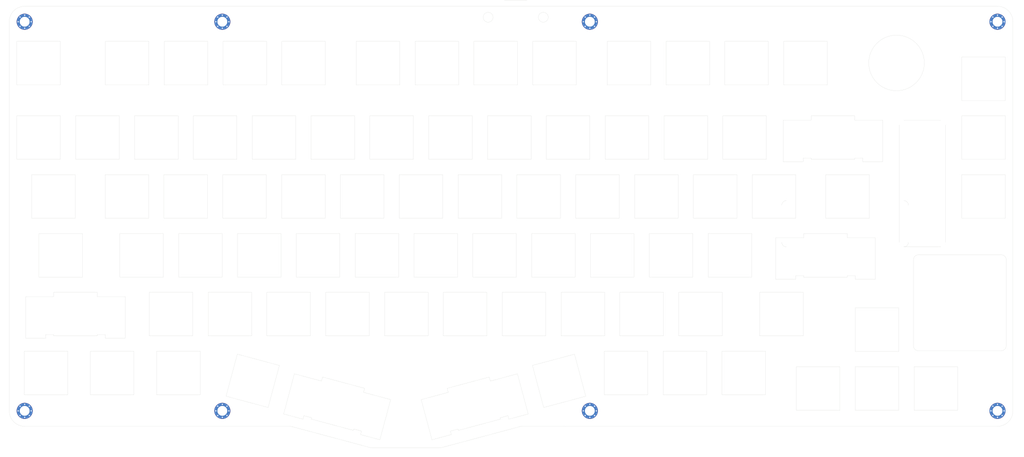
<source format=kicad_pcb>
(kicad_pcb (version 20211014) (generator pcbnew)
  (layers (0 "F.Cu" signal) (31 "B.Cu" signal) (34 "B.Paste" user) (35 "F.Paste" user) (36 "B.SilkS" user "B.Silkscreen") (37 "F.SilkS" user "F.Silkscreen") (38 "B.Mask" user) (39 "F.Mask" user) (44 "Edge.Cuts" user))
  (net 0 "")
  (net 1 "GND")
  (footprint "keyboard:MountingHole_3.2mm_M2_Pad_Via" (layer "F.Cu") (at 61.89 81.232)
    (fp_text reference "MountBaseMiddleTop1" hide)
    (fp_text value "MountingHole")
    (pad "1" thru_hole circle (at 1.49 1.49) (size 0.7 0.7) (drill 0.4) (layers *.Cu *.Mask))
    (pad "1" thru_hole circle (at 1.49 -1.49) (size 0.7 0.7) (drill 0.4) (layers *.Cu *.Mask))
    (pad "1" thru_hole circle (at 0 0) (size 5.2 5.2) (drill 3.2) (layers *.Cu *.Mask))
    (pad "1" thru_hole circle (at 2.1 0) (size 0.7 0.7) (drill 0.4) (layers *.Cu *.Mask))
    (pad "1" thru_hole circle (at -2.1 0) (size 0.7 0.7) (drill 0.4) (layers *.Cu *.Mask))
    (pad "1" thru_hole circle (at -1.49 1.49) (size 0.7 0.7) (drill 0.4) (layers *.Cu *.Mask))
    (pad "1" thru_hole circle (at 0 2.1) (size 0.7 0.7) (drill 0.4) (layers *.Cu *.Mask))
    (pad "1" thru_hole circle (at -1.49 -1.49) (size 0.7 0.7) (drill 0.4) (layers *.Cu *.Mask))
    (pad "1" thru_hole circle (at 0 -2.1) (size 0.7 0.7) (drill 0.4) (layers *.Cu *.Mask))
  )
  (footprint "keyboard:MountingHole_3.2mm_M2_Pad_Via" (layer "F.Cu") (at 61.89 207.232)
    (fp_text reference "MountBaseMiddleTop2" hide)
    (fp_text value "MountingHole")
    (pad "1" thru_hole circle (at -2.1 0) (size 0.7 0.7) (drill 0.4) (layers *.Cu *.Mask))
    (pad "1" thru_hole circle (at -1.49 -1.49) (size 0.7 0.7) (drill 0.4) (layers *.Cu *.Mask))
    (pad "1" thru_hole circle (at 2.1 0) (size 0.7 0.7) (drill 0.4) (layers *.Cu *.Mask))
    (pad "1" thru_hole circle (at 0 0) (size 5.2 5.2) (drill 3.2) (layers *.Cu *.Mask))
    (pad "1" thru_hole circle (at -1.49 1.49) (size 0.7 0.7) (drill 0.4) (layers *.Cu *.Mask))
    (pad "1" thru_hole circle (at 0 -2.1) (size 0.7 0.7) (drill 0.4) (layers *.Cu *.Mask))
    (pad "1" thru_hole circle (at 0 2.1) (size 0.7 0.7) (drill 0.4) (layers *.Cu *.Mask))
    (pad "1" thru_hole circle (at 1.49 1.49) (size 0.7 0.7) (drill 0.4) (layers *.Cu *.Mask))
    (pad "1" thru_hole circle (at 1.49 -1.49) (size 0.7 0.7) (drill 0.4) (layers *.Cu *.Mask))
  )
  (footprint "keyboard:MountingHole_3.2mm_M2_Pad_Via" (layer "F.Cu") (at 244.89 81.232)
    (fp_text reference "MountBaseMiddleTop5" hide)
    (fp_text value "MountingHole")
    (pad "1" thru_hole circle (at 2.1 0) (size 0.7 0.7) (drill 0.4) (layers *.Cu *.Mask))
    (pad "1" thru_hole circle (at -2.1 0) (size 0.7 0.7) (drill 0.4) (layers *.Cu *.Mask))
    (pad "1" thru_hole circle (at -1.49 1.49) (size 0.7 0.7) (drill 0.4) (layers *.Cu *.Mask))
    (pad "1" thru_hole circle (at 0 0) (size 5.2 5.2) (drill 3.2) (layers *.Cu *.Mask))
    (pad "1" thru_hole circle (at -1.49 -1.49) (size 0.7 0.7) (drill 0.4) (layers *.Cu *.Mask))
    (pad "1" thru_hole circle (at 0 -2.1) (size 0.7 0.7) (drill 0.4) (layers *.Cu *.Mask))
    (pad "1" thru_hole circle (at 1.49 -1.49) (size 0.7 0.7) (drill 0.4) (layers *.Cu *.Mask))
    (pad "1" thru_hole circle (at 0 2.1) (size 0.7 0.7) (drill 0.4) (layers *.Cu *.Mask))
    (pad "1" thru_hole circle (at 1.49 1.49) (size 0.7 0.7) (drill 0.4) (layers *.Cu *.Mask))
  )
  (footprint "keyboard:MountingHole_3.2mm_M2_Pad_Via" (layer "F.Cu") (at 244.89 207.232)
    (fp_text reference "MountBaseMiddleTop6" hide)
    (fp_text value "MountingHole")
    (pad "1" thru_hole circle (at 1.49 -1.49) (size 0.7 0.7) (drill 0.4) (layers *.Cu *.Mask))
    (pad "1" thru_hole circle (at 1.49 1.49) (size 0.7 0.7) (drill 0.4) (layers *.Cu *.Mask))
    (pad "1" thru_hole circle (at 0 2.1) (size 0.7 0.7) (drill 0.4) (layers *.Cu *.Mask))
    (pad "1" thru_hole circle (at 0 -2.1) (size 0.7 0.7) (drill 0.4) (layers *.Cu *.Mask))
    (pad "1" thru_hole circle (at 2.1 0) (size 0.7 0.7) (drill 0.4) (layers *.Cu *.Mask))
    (pad "1" thru_hole circle (at -1.49 1.49) (size 0.7 0.7) (drill 0.4) (layers *.Cu *.Mask))
    (pad "1" thru_hole circle (at -1.49 -1.49) (size 0.7 0.7) (drill 0.4) (layers *.Cu *.Mask))
    (pad "1" thru_hole circle (at 0 0) (size 5.2 5.2) (drill 3.2) (layers *.Cu *.Mask))
    (pad "1" thru_hole circle (at -2.1 0) (size 0.7 0.7) (drill 0.4) (layers *.Cu *.Mask))
  )
  (footprint "keyboard:MountingHole_3.2mm_M2_Pad_Via" (layer "F.Cu") (at 125.89 207.232)
    (fp_text reference "MountBaseMiddleTop4" hide)
    (fp_text value "MountingHole")
    (pad "1" thru_hole circle (at 0 -2.1) (size 0.7 0.7) (drill 0.4) (layers *.Cu *.Mask))
    (pad "1" thru_hole circle (at 1.49 -1.49) (size 0.7 0.7) (drill 0.4) (layers *.Cu *.Mask))
    (pad "1" thru_hole circle (at -1.49 1.49) (size 0.7 0.7) (drill 0.4) (layers *.Cu *.Mask))
    (pad "1" thru_hole circle (at -1.49 -1.49) (size 0.7 0.7) (drill 0.4) (layers *.Cu *.Mask))
    (pad "1" thru_hole circle (at -2.1 0) (size 0.7 0.7) (drill 0.4) (layers *.Cu *.Mask))
    (pad "1" thru_hole circle (at 0 2.1) (size 0.7 0.7) (drill 0.4) (layers *.Cu *.Mask))
    (pad "1" thru_hole circle (at 2.1 0) (size 0.7 0.7) (drill 0.4) (layers *.Cu *.Mask))
    (pad "1" thru_hole circle (at 0 0) (size 5.2 5.2) (drill 3.2) (layers *.Cu *.Mask))
    (pad "1" thru_hole circle (at 1.49 1.49) (size 0.7 0.7) (drill 0.4) (layers *.Cu *.Mask))
  )
  (footprint "keyboard:MountingHole_3.2mm_M2_Pad_Via" (layer "F.Cu") (at 125.89 81.232)
    (fp_text reference "MountBaseMiddleTop3" hide)
    (fp_text value "MountingHole")
    (pad "1" thru_hole circle (at -1.49 -1.49) (size 0.7 0.7) (drill 0.4) (layers *.Cu *.Mask))
    (pad "1" thru_hole circle (at 2.1 0) (size 0.7 0.7) (drill 0.4) (layers *.Cu *.Mask))
    (pad "1" thru_hole circle (at 1.49 1.49) (size 0.7 0.7) (drill 0.4) (layers *.Cu *.Mask))
    (pad "1" thru_hole circle (at 0 -2.1) (size 0.7 0.7) (drill 0.4) (layers *.Cu *.Mask))
    (pad "1" thru_hole circle (at 0 0) (size 5.2 5.2) (drill 3.2) (layers *.Cu *.Mask))
    (pad "1" thru_hole circle (at -2.1 0) (size 0.7 0.7) (drill 0.4) (layers *.Cu *.Mask))
    (pad "1" thru_hole circle (at 1.49 -1.49) (size 0.7 0.7) (drill 0.4) (layers *.Cu *.Mask))
    (pad "1" thru_hole circle (at -1.49 1.49) (size 0.7 0.7) (drill 0.4) (layers *.Cu *.Mask))
    (pad "1" thru_hole circle (at 0 2.1) (size 0.7 0.7) (drill 0.4) (layers *.Cu *.Mask))
  )
  (footprint "keyboard:MountingHole_3.2mm_M2_Pad_Via" (layer "F.Cu") (at 376.89 207.232)
    (fp_text reference "MountBaseMiddleTop8" hide)
    (fp_text value "MountingHole")
    (pad "1" thru_hole circle (at -1.49 1.49) (size 0.7 0.7) (drill 0.4) (layers *.Cu *.Mask))
    (pad "1" thru_hole circle (at 0 -2.1) (size 0.7 0.7) (drill 0.4) (layers *.Cu *.Mask))
    (pad "1" thru_hole circle (at 0 0) (size 5.2 5.2) (drill 3.2) (layers *.Cu *.Mask))
    (pad "1" thru_hole circle (at -2.1 0) (size 0.7 0.7) (drill 0.4) (layers *.Cu *.Mask))
    (pad "1" thru_hole circle (at 0 2.1) (size 0.7 0.7) (drill 0.4) (layers *.Cu *.Mask))
    (pad "1" thru_hole circle (at 1.49 1.49) (size 0.7 0.7) (drill 0.4) (layers *.Cu *.Mask))
    (pad "1" thru_hole circle (at 1.49 -1.49) (size 0.7 0.7) (drill 0.4) (layers *.Cu *.Mask))
    (pad "1" thru_hole circle (at 2.1 0) (size 0.7 0.7) (drill 0.4) (layers *.Cu *.Mask))
    (pad "1" thru_hole circle (at -1.49 -1.49) (size 0.7 0.7) (drill 0.4) (layers *.Cu *.Mask))
  )
  (footprint "keyboard:MountingHole_3.2mm_M2_Pad_Via" (layer "F.Cu") (at 376.89 81.232)
    (fp_text reference "MountBaseMiddleTop7" hide)
    (fp_text value "MountingHole")
    (pad "1" thru_hole circle (at -2.1 0) (size 0.7 0.7) (drill 0.4) (layers *.Cu *.Mask))
    (pad "1" thru_hole circle (at 0 0) (size 5.2 5.2) (drill 3.2) (layers *.Cu *.Mask))
    (pad "1" thru_hole circle (at -1.49 -1.49) (size 0.7 0.7) (drill 0.4) (layers *.Cu *.Mask))
    (pad "1" thru_hole circle (at 0 -2.1) (size 0.7 0.7) (drill 0.4) (layers *.Cu *.Mask))
    (pad "1" thru_hole circle (at 2.1 0) (size 0.7 0.7) (drill 0.4) (layers *.Cu *.Mask))
    (pad "1" thru_hole circle (at 0 2.1) (size 0.7 0.7) (drill 0.4) (layers *.Cu *.Mask))
    (pad "1" thru_hole circle (at 1.49 -1.49) (size 0.7 0.7) (drill 0.4) (layers *.Cu *.Mask))
    (pad "1" thru_hole circle (at -1.49 1.49) (size 0.7 0.7) (drill 0.4) (layers *.Cu *.Mask))
    (pad "1" thru_hole circle (at 1.49 1.49) (size 0.7 0.7) (drill 0.4) (layers *.Cu *.Mask))
  )
  (gr_line (start 376.89 76.232) (end 61.89 76.232) (layer "Edge.Cuts") (width 0.05))
  (gr_arc (start 61.89 212.232) (mid 58.354466 210.767534) (end 56.89 207.232) (layer "Edge.Cuts") (width 0.05))
  (gr_arc (start 381.89 207.232) (mid 380.425534 210.767534) (end 376.89 212.232) (layer "Edge.Cuts") (width 0.05))
  (gr_arc (start 376.89 76.232) (mid 380.425534 77.696466) (end 381.89 81.232) (layer "Edge.Cuts") (width 0.05))
  (gr_line (start 381.89 207.232) (end 381.89 81.232) (layer "Edge.Cuts") (width 0.05))
  (gr_line (start 333.241999 126.536399) (end 339.719999 126.536399) (layer "Edge.Cuts") (width 0.05))
  (gr_circle (center 61.89 207.232) (end 62.99 207.232) (layer "Edge.Cuts") (width 0.05) (fill none))
  (gr_line (start 313.937999 125.367999) (end 313.937999 126.536399) (layer "Edge.Cuts") (width 0.05))
  (gr_line (start 116.3225 168.859) (end 116.3225 182.959) (layer "Edge.Cuts") (width 0.05))
  (gr_line (start 316.539999 125.367999) (end 313.937999 125.367999) (layer "Edge.Cuts") (width 0.05))
  (gr_line (start 130.7975 163.909) (end 130.7975 149.809) (layer "Edge.Cuts") (width 0.05))
  (gr_line (start 116.51 125.808999) (end 116.51 111.708999) (layer "Edge.Cuts") (width 0.05))
  (gr_line (start 379.419199 111.699) (end 379.419199 125.799) (layer "Edge.Cuts") (width 0.05))
  (gr_line (start 330.822499 173.908999) (end 344.922499 173.908999) (layer "Edge.Cuts") (width 0.05))
  (gr_line (start 85.37 168.868999) (end 85.37 170.224399) (layer "Edge.Cuts") (width 0.05))
  (gr_line (start 173.66 125.808999) (end 173.66 111.708999) (layer "Edge.Cuts") (width 0.05))
  (gr_line (start 183.36 101.708999) (end 169.26 101.708999) (layer "Edge.Cuts") (width 0.05))
  (gr_line (start 121.2725 182.959) (end 121.2725 168.859) (layer "Edge.Cuts") (width 0.05))
  (gr_circle (center 376.89 81.232001) (end 377.99 81.232001) (layer "Edge.Cuts") (width 0.05) (fill none))
  (gr_line (start 330.860749 164.636399) (end 330.860749 163.467999) (layer "Edge.Cuts") (width 0.05))
  (gr_line (start 283.009999 125.808999) (end 268.909999 125.808999) (layer "Edge.Cuts") (width 0.05))
  (gr_line (start 221.285 144.858999) (end 221.285 130.758999) (layer "Edge.Cuts") (width 0.05))
  (gr_line (start 235.5725 168.859) (end 249.6725 168.859) (layer "Edge.Cuts") (width 0.05))
  (gr_line (start 154.814276 209.464306) (end 154.697548 209.899939) (layer "Edge.Cuts") (width 0.05))
  (gr_line (start 221.46 87.608999) (end 221.46 101.708999) (layer "Edge.Cuts") (width 0.05))
  (gr_line (start 254.622499 182.959) (end 254.622499 168.859) (layer "Edge.Cuts") (width 0.05))
  (gr_line (start 206.81 125.808999) (end 192.71 125.808999) (layer "Edge.Cuts") (width 0.05))
  (gr_line (start 149.8475 149.809) (end 163.9475 149.809) (layer "Edge.Cuts") (width 0.05))
  (gr_line (start 78.409999 111.708999) (end 92.509999 111.708999) (layer "Edge.Cuts") (width 0.05))
  (gr_line (start 197.4725 168.859) (end 211.5725 168.859) (layer "Edge.Cuts") (width 0.05))
  (gr_line (start 240.335 144.858999) (end 240.335 130.758999) (layer "Edge.Cuts") (width 0.05))
  (gr_line (start 330.639999 125.367999) (end 330.639999 125.818999) (layer "Edge.Cuts") (width 0.05))
  (gr_line (start 168.71 125.808999) (end 154.61 125.808999) (layer "Edge.Cuts") (width 0.05))
  (gr_line (start 268.722499 168.859) (end 268.722499 182.959) (layer "Edge.Cuts") (width 0.05))
  (gr_line (start 118.712499 187.919) (end 118.712499 202.019) (layer "Edge.Cuts") (width 0.05))
  (gr_line (start 154.61 125.808999) (end 154.61 111.708999) (layer "Edge.Cuts") (width 0.05))
  (gr_line (start 149.8475 163.909) (end 149.8475 149.809) (layer "Edge.Cuts") (width 0.05))
  (gr_line (start 92.509999 125.808999) (end 78.409999 125.808999) (layer "Edge.Cuts") (width 0.05))
  (gr_line (start 87.935 144.858999) (end 87.935 130.758999) (layer "Edge.Cuts") (width 0.05))
  (gr_line (start 145.16 87.608999) (end 159.26 87.608999) (layer "Edge.Cuts") (width 0.05))
  (gr_line (start 78.23 144.868999) (end 64.13 144.868999) (layer "Edge.Cuts") (width 0.05))
  (gr_line (start 226.294961 192.525614) (end 239.914515 188.876265) (layer "Edge.Cuts") (width 0.05))
  (gr_line (start 302.059999 125.808999) (end 287.959999 125.808999) (layer "Edge.Cuts") (width 0.05))
  (gr_line (start 64.13 130.768999) (end 78.23 130.768999) (layer "Edge.Cuts") (width 0.05))
  (gr_line (start 243.563864 202.495819) (end 229.944309 206.145168) (layer "Edge.Cuts") (width 0.05))
  (gr_line (start 240.1475 163.909) (end 226.0475 163.909) (layer "Edge.Cuts") (width 0.05))
  (gr_line (start 102.035 130.758999) (end 102.035 144.858999) (layer "Edge.Cuts") (width 0.05))
  (gr_line (start 164.135 144.858999) (end 164.135 130.758999) (layer "Edge.Cuts") (width 0.05))
  (gr_line (start 202.41 101.708999) (end 188.31 101.708999) (layer "Edge.Cuts") (width 0.05))
  (gr_line (start 313.972499 168.869) (end 313.972499 182.969) (layer "Edge.Cuts") (width 0.05))
  (gr_line (start 337.337749 151.174399) (end 328.257499 151.174399) (layer "Edge.Cuts") (width 0.05))
  (gr_line (start 178.4225 182.959) (end 178.4225 168.859) (layer "Edge.Cuts") (width 0.05))
  (gr_line (start 202.0475 149.809) (end 202.0475 163.909) (layer "Edge.Cuts") (width 0.05))
  (gr_line (start 273.484999 130.758999) (end 273.484999 144.858999) (layer "Edge.Cuts") (width 0.05))
  (gr_line (start 378.19 187.732) (end 351.19 187.732) (layer "Edge.Cuts") (width 0.05))
  (gr_line (start 235.385 144.858999) (end 221.285 144.858999) (layer "Edge.Cuts") (width 0.05))
  (gr_line (start 144.8975 163.909) (end 130.7975 163.909) (layer "Edge.Cuts") (width 0.05))
  (gr_line (start 145.16 101.708999) (end 145.16 87.608999) (layer "Edge.Cuts") (width 0.05))
  (gr_line (start 297.484999 130.758999) (end 311.584999 130.758999) (layer "Edge.Cuts") (width 0.05))
  (gr_line (start 149.66 111.708999) (end 149.66 125.808999) (layer "Edge.Cuts") (width 0.05))
  (gr_line (start 152.300937 208.790859) (end 151.998532 209.919447) (layer "Edge.Cuts") (width 0.05))
  (gr_line (start 164.135 130.758999) (end 178.235 130.758999) (layer "Edge.Cuts") (width 0.05))
  (gr_arc (start 308.55 154.152) (mid 307.48934 153.71266) (end 307.05 152.652) (layer "Edge.Cuts") (width 0.05))
  (gr_line (start 216.5225 182.959) (end 216.5225 168.859) (layer "Edge.Cuts") (width 0.05))
  (gr_line (start 211.76 111.708999) (end 225.86 111.708999) (layer "Edge.Cuts") (width 0.05))
  (gr_line (start 328.257499 163.467999) (end 328.257499 163.918999) (layer "Edge.Cuts") (width 0.05))
  (gr_line (start 197.285 144.858999) (end 183.185 144.858999) (layer "Edge.Cuts") (width 0.05))
  (gr_line (start 316.539999 111.718999) (end 330.639999 111.718999) (layer "Edge.Cuts") (width 0.05))
  (gr_line (start 78.23 130.768999) (end 78.23 144.868999) (layer "Edge.Cuts") (width 0.05))
  (gr_line (start 169.26 87.608999) (end 183.36 87.608999) (layer "Edge.Cuts") (width 0.05))
  (gr_line (start 168.71 111.708999) (end 168.71 125.808999) (layer "Edge.Cuts") (width 0.05))
  (gr_line (start 92.6975 163.909) (end 92.6975 149.809) (layer "Edge.Cuts") (width 0.05))
  (gr_line (start 240.335 130.758999) (end 254.435 130.758999) (layer "Edge.Cuts") (width 0.05))
  (gr_line (start 379.419199 144.849) (end 365.319199 144.849) (layer "Edge.Cuts") (width 0.05))
  (gr_line (start 121.159999 87.608999) (end 121.159999 101.708999) (layer "Edge.Cuts") (width 0.05))
  (gr_line (start 75.85 202.019) (end 61.75 202.019) (layer "Edge.Cuts") (width 0.05))
  (gr_line (start 268.6225 187.909) (end 282.7225 187.909) (layer "Edge.Cuts") (width 0.05))
  (gr_line (start 264.147499 149.809) (end 278.247499 149.809) (layer "Edge.Cuts") (width 0.05))
  (gr_line (start 140.21 87.608999) (end 140.21 101.708999) (layer "Edge.Cuts") (width 0.05))
  (gr_line (start 92.6975 149.809) (end 106.7975 149.809) (layer "Edge.Cuts") (width 0.05))
  (gr_line (start 264.609999 87.608999) (end 264.609999 101.708999) (layer "Edge.Cuts") (width 0.05))
  (gr_line (start 192.5225 182.959) (end 178.4225 182.959) (layer "Edge.Cuts") (width 0.05))
  (gr_line (start 202.41 87.608999) (end 202.41 101.708999) (layer "Edge.Cuts") (width 0.05))
  (gr_line (start 240.509999 87.608999) (end 240.509999 101.708999) (layer "Edge.Cuts") (width 0.05))
  (gr_line (start 218.668967 209.919447) (end 218.366562 208.790859) (layer "Edge.Cuts") (width 0.05))
  (gr_line (start 168.8975 149.809) (end 182.9975 149.809) (layer "Edge.Cuts") (width 0.05))
  (gr_line (start 87.97325 183.686399) (end 94.45125 183.686399) (layer "Edge.Cuts") (width 0.05))
  (gr_line (start 240.1475 149.809) (end 240.1475 163.909) (layer "Edge.Cuts") (width 0.05))
  (gr_circle (center 376.89 207.232149) (end 377.99 207.232149) (layer "Edge.Cuts") (width 0.05) (fill none))
  (gr_line (start 311.7725 207.058999) (end 311.7725 192.958999) (layer "Edge.Cuts") (width 0.05))
  (gr_line (start 135.3725 182.959) (end 121.2725 182.959) (layer "Edge.Cuts") (width 0.05))
  (gr_line (start 344.922499 173.908999) (end 344.922499 188.008999) (layer "Edge.Cuts") (width 0.05))
  (gr_line (start 226.409999 101.708999) (end 226.409999 87.608999) (layer "Edge.Cuts") (width 0.05))
  (gr_arc (start 348.05 152.652) (mid 347.61066 153.71266) (end 346.55 154.152) (layer "Edge.Cuts") (width 0.05))
  (gr_line (start 278.434999 130.758999) (end 292.534999 130.758999) (layer "Edge.Cuts") (width 0.05))
  (gr_line (start 97.459999 125.808999) (end 97.459999 111.708999) (layer "Edge.Cuts") (width 0.05))
  (gr_circle (center 244.89 207.232) (end 245.99 207.232) (layer "Edge.Cuts") (width 0.05) (fill none))
  (gr_line (start 269.559999 87.608999) (end 283.659999 87.608999) (layer "Edge.Cuts") (width 0.05))
  (gr_line (start 325.8725 192.958999) (end 325.8725 207.058999) (layer "Edge.Cuts") (width 0.05))
  (gr_line (start 97.2725 187.909) (end 97.2725 202.009) (layer "Edge.Cuts") (width 0.05))
  (gr_line (start 235.385 130.758999) (end 235.385 144.858999) (layer "Edge.Cuts") (width 0.05))
  (gr_line (start 135.56 111.708999) (end 149.66 111.708999) (layer "Edge.Cuts") (width 0.05))
  (gr_line (start 379.419199 125.799) (end 365.319199 125.799) (layer "Edge.Cuts") (width 0.05))
  (gr_line (start 61.89 212.232) (end 148.053656 212.232) (layer "Edge.Cuts") (width 0.05))
  (gr_line (start 183.36 87.608999) (end 183.36 101.708999) (layer "Edge.Cuts") (width 0.05))
  (gr_line (start 173.66 111.708999) (end 187.76 111.708999) (layer "Edge.Cuts") (width 0.05))
  (gr_line (start 301.7725 187.909) (end 301.7725 202.009) (layer "Edge.Cuts") (width 0.05))
  (gr_line (start 73.46 101.708999) (end 59.36 101.708999) (layer "Edge.Cuts") (width 0.05))
  (gr_line (start 94.45125 183.686399) (end 94.45025 170.224399) (layer "Edge.Cuts") (width 0.05))
  (gr_line (start 328.257499 149.818999) (end 328.257499 151.174399) (layer "Edge.Cuts") (width 0.05))
  (gr_line (start 273.672499 182.959) (end 273.672499 168.859) (layer "Edge.Cuts") (width 0.05))
  (gr_line (start 135.56 125.808999) (end 135.56 111.708999) (layer "Edge.Cuts") (width 0.05))
  (gr_circle (center 61.89 81.232) (end 62.99 81.232) (layer "Edge.Cuts") (width 0.05) (fill none))
  (gr_line (start 149.66 125.808999) (end 135.56 125.808999) (layer "Edge.Cuts") (width 0.05))
  (gr_line (start 328.257499 163.467999) (end 330.860749 163.467999) (layer "Edge.Cuts") (width 0.05))
  (gr_line (start 173.4725 168.859) (end 173.4725 182.959) (layer "Edge.Cuts") (width 0.05))
  (gr_line (start 59.36 101.708999) (end 59.36 87.608999) (layer "Edge.Cuts") (width 0.05))
  (gr_line (start 182.9975 163.909) (end 168.8975 163.909) (layer "Edge.Cuts") (width 0.05))
  (gr_line (start 282.7225 202.009) (end 268.6225 202.009) (layer "Edge.Cuts") (width 0.05))
  (gr_line (start 365.319199 130.749) (end 379.419199 130.749) (layer "Edge.Cuts") (width 0.05))
  (gr_line (start 159.185 144.858999) (end 145.085 144.858999) (layer "Edge.Cuts") (width 0.05))
  (gr_line (start 230.81 125.808999) (end 230.81 111.708999) (layer "Edge.Cuts") (width 0.05))
  (gr_line (start 307.659999 101.708999) (end 307.659999 87.608999) (layer "Edge.Cuts") (width 0.05))
  (gr_line (start 244.91 125.808999) (end 230.81 125.808999) (layer "Edge.Cuts") (width 0.05))
  (gr_line (start 365.319199 92.648999) (end 379.419199 92.648999) (layer "Edge.Cuts") (width 0.05))
  (gr_line (start 299.872499 168.869) (end 313.972499 168.869) (layer "Edge.Cuts") (width 0.05))
  (gr_line (start 125.8475 163.909) (end 111.7475 163.909) (layer "Edge.Cuts") (width 0.05))
  (gr_line (start 187.76 125.808999) (end 173.66 125.808999) (layer "Edge.Cuts") (width 0.05))
  (gr_line (start 193.765467 216.59232) (end 190.282211 203.588767) (layer "Edge.Cuts") (width 0.05))
  (gr_line (start 235.5725 182.959) (end 235.5725 168.859) (layer "Edge.Cuts") (width 0.05))
  (gr_line (start 145.085 144.858999) (end 145.085 130.758999) (layer "Edge.Cuts") (width 0.05))
  (gr_line (start 169.26 101.708999) (end 169.26 87.608999) (layer "Edge.Cuts") (width 0.05))
  (gr_line (start 240.509999 101.708999) (end 226.409999 101.708999) (layer "Edge.Cuts") (width 0.05))
  (gr_line (start 97.2725 202.009) (end 83.1725 202.009) (layer "Edge.Cuts") (width 0.05))
  (gr_line (start 321.304999 144.868999) (end 321.304999 130.768999) (layer "Edge.Cuts") (width 0.05))
  (gr_line (start 111.7475 163.909) (end 111.7475 149.809) (layer "Edge.Cuts") (width 0.05))
  (gr_line (start 71.27 182.517999) (end 68.66925 182.517999) (layer "Edge.Cuts") (width 0.05))
  (gr_line (start 287.6725 187.909) (end 301.7725 187.909) (layer "Edge.Cuts") (width 0.05))
  (gr_line (start 126.035 130.758999) (end 140.135 130.758999) (layer "Edge.Cuts") (width 0.05))
  (gr_line (start 148.053656 212.232) (end 174.178012 219.232) (layer "Edge.Cuts") (width 0.05))
  (gr_line (start 330.639999 125.367999) (end 333.241999 125.367999) (layer "Edge.Cuts") (width 0.05))
  (gr_line (start 130.7975 149.809) (end 144.8975 149.809) (layer "Edge.Cuts") (width 0.05))
  (gr_line (start 217.2 74.222) (end 224.566 74.222) (layer "Edge.Cuts") (width 0.05))
  (gr_line (start 168.43383 213.113655) (end 168.317102 213.549287) (layer "Edge.Cuts") (width 0.05))
  (gr_line (start 66.51 149.818999) (end 80.61 149.818999) (layer "Edge.Cuts") (width 0.05))
  (gr_line (start 225.86 111.708999) (end 225.86 125.808999) (layer "Edge.Cuts") (width 0.05))
  (gr_line (start 345.05 152.652) (end 345.05 114.652) (layer "Edge.Cuts") (width 0.05))
  (gr_circle (center 125.89 81.232) (end 126.99 81.232) (layer "Edge.Cuts") (width 0.05) (fill none))
  (gr_line (start 263.672499 202.009) (end 249.572499 202.009) (layer "Edge.Cuts") (width 0.05))
  (gr_line (start 80.61 149.818999) (end 80.61 163.918999) (layer "Edge.Cuts") (width 0.05))
  (gr_line (start 202.233669 213.113655) (end 199.72033 213.787102) (layer "Edge.Cuts") (width 0.05))
  (gr_line (start 118.712499 202.019) (end 104.612499 202.019) (layer "Edge.Cuts") (width 0.05))
  (gr_line (start 314.157499 149.818999) (end 314.157499 151.174399) (layer "Edge.Cuts") (width 0.05))
  (gr_line (start 218.668967 209.919447) (end 224.926234 208.242817) (layer "Edge.Cuts") (width 0.05))
  (gr_line (start 62.19225 170.224399) (end 71.27 170.224399) (layer "Edge.Cuts") (width 0.05))
  (gr_line (start 140.713531 206.14258) (end 127.093977 202.493231) (layer "Edge.Cuts") (width 0.05))
  (gr_line (start 206.81 111.708999) (end 206.81 125.808999) (layer "Edge.Cuts") (width 0.05))
  (gr_line (start 158.346897 196.280385) (end 157.996093 197.5896) (layer "Edge.Cuts") (width 0.05))
  (gr_line (start 263.672499 187.909) (end 263.672499 202.009) (layer "Edge.Cuts") (width 0.05))
  (gr_line (start 292.534999 130.758999) (end 292.534999 144.858999) (layer "Edge.Cuts") (width 0.05))
  (gr_line (start 170.644765 214.91569) (end 170.947169 213.787102) (layer "Edge.Cuts") (width 0.05))
  (gr_line (start 196.489483 219.232) (end 222.613839 212.232) (layer "Edge.Cuts") (width 0.05))
  (gr_line (start 206.9975 149.809) (end 221.0975 149.809) (layer "Edge.Cuts") (width 0.05))
  (gr_line (start 180.385288 203.588767) (end 171.615648 201.238949) (layer "Edge.Cuts") (width 0.05))
  (gr_line (start 197.285 130.758999) (end 197.285 144.858999) (layer "Edge.Cuts") (width 0.05))
  (gr_line (start 236.7994 212.232) (end 222.613839 212.232) (layer "Edge.Cuts") (width 0.05))
  (gr_line (start 216.335 144.858999) (end 202.235 144.858999) (layer "Edge.Cuts") (width 0.05))
  (gr_line (start 330.822499 188.008999) (end 330.822499 173.908999) (layer "Edge.Cuts") (width 0.05))
  (gr_arc (start 378.19 156.732) (mid 379.25066 157.17134) (end 379.69 158.232) (layer "Edge.Cuts") (width 0.05))
  (gr_line (start 61.75 187.919) (end 75.85 187.919) (layer "Edge.Cuts") (width 0.05))
  (gr_line (start 125.8475 149.809) (end 125.8475 163.909) (layer "Edge.Cuts") (width 0.05))
  (gr_line (start 314.157499 163.467999) (end 311.556749 163.467999) (layer "Edge.Cuts") (width 0.05))
  (gr_line (start 333.241999 126.536399) (end 333.241999 125.367999) (layer "Edge.Cuts") (width 0.05))
  (gr_line (start 126.035 144.858999) (end 126.035 130.758999) (layer "Edge.Cuts") (width 0.05))
  (gr_line (start 330.860749 164.636399) (end 337.338749 164.636399) (layer "Edge.Cuts") (width 0.05))
  (gr_line (start 328.257499 163.918999) (end 314.157499 163.918999) (layer "Edge.Cuts") (width 0.05))
  (gr_line (start 351.19 156.732) (end 378.19 156.732) (layer "Edge.Cuts") (width 0.05))
  (gr_line (start 130.743326 188.873677) (end 144.36288 192.523025) (layer "Edge.Cuts") (width 0.05))
  (gr_line (start 301.7725 202.009) (end 287.6725 202.009) (layer "Edge.Cuts") (width 0.05))
  (gr_line (start 66.51 163.918999) (end 66.51 149.818999) (layer "Edge.Cuts") (width 0.05))
  (gr_line (start 339.719999 126.536399) (end 339.718999 113.074399) (layer "Edge.Cuts") (width 0.05))
  (gr_line (start 302.709999 87.608999) (end 302.709999 101.708999) (layer "Edge.Cuts") (width 0.05))
  (gr_line (start 183.185 130.758999) (end 197.285 130.758999) (layer "Edge.Cuts") (width 0.05))
  (gr_line (start 61.75 202.019) (end 61.75 187.919) (layer "Edge.Cuts") (width 0.05))
  (gr_line (start 56.89 81.232) (end 56.89 207.232) (layer "Edge.Cuts") (width 0.05))
  (gr_line (start 121.2725 168.859) (end 135.3725 168.859) (layer "Edge.Cuts") (width 0.05))
  (gr_line (start 215.853223 209.464307) (end 215.969951 209.899939) (layer "Edge.Cuts") (width 0.05))
  (gr_line (start 226.409999 87.608999) (end 240.509999 87.608999) (layer "Edge.Cuts") (width 0.05))
  (gr_line (start 363.972499 207.058999) (end 349.872499 207.058999) (layer "Edge.Cuts") (width 0.05))
  (gr_line (start 158.346897 196.280385) (end 171.966451 199.929733) (layer "Edge.Cuts") (width 0.05))
  (gr_circle (center 344.19162 94.582) (end 353.19162 94.582) (layer "Edge.Cuts") (width 0.05) (fill none))
  (gr_line (start 140.135 130.758999) (end 140.135 144.858999) (layer "Edge.Cuts") (width 0.05))
  (gr_line (start 330.639999 125.818999) (end 316.539999 125.818999) (layer "Edge.Cuts") (width 0.05))
  (gr_line (start 259.1975 149.809) (end 259.1975 163.909) (layer "Edge.Cuts") (width 0.05))
  (gr_line (start 379.419199 106.748999) (end 365.319199 106.748999) (layer "Edge.Cuts") (width 0.05))
  (gr_line (start 192.71 111.708999) (end 206.81 111.708999) (layer "Edge.Cuts") (width 0.05))
  (gr_line (start 102.11 87.608999) (end 102.11 101.708999) (layer "Edge.Cuts") (width 0.05))
  (gr_line (start 71.27 168.868999) (end 71.27 170.224399) (layer "Edge.Cuts") (width 0.05))
  (gr_line (start 130.61 125.808999) (end 116.51 125.808999) (layer "Edge.Cuts") (width 0.05))
  (gr_line (start 176.902032 216.592319) (end 180.385288 203.588767) (layer "Edge.Cuts") (width 0.05))
  (gr_line (start 126.11 101.708999) (end 126.11 87.608999) (layer "Edge.Cuts") (width 0.05))
  (gr_line (start 278.434999 144.858999) (end 278.434999 130.758999) (layer "Edge.Cuts") (width 0.05))
  (gr_line (start 106.7975 149.809) (end 106.7975 163.909) (layer "Edge.Cuts") (width 0.05))
  (gr_line (start 140.135 144.858999) (end 126.035 144.858999) (layer "Edge.Cuts") (width 0.05))
  (gr_line (start 335.404999 144.868999) (end 321.304999 144.868999) (layer "Edge.Cuts") (width 0.05))
  (gr_line (start 202.233669 213.113655) (end 202.350397 213.549288) (layer "Edge.Cuts") (width 0.05))
  (gr_line (start 254.435 130.758999) (end 254.435 144.858999) (layer "Edge.Cuts") (width 0.05))
  (gr_line (start 249.6725 168.859) (end 249.6725 182.959) (layer "Edge.Cuts") (width 0.05))
  (gr_line (start 230.6225 168.859) (end 230.6225 182.959) (layer "Edge.Cuts") (width 0.05))
  (gr_line (start 268.909999 125.808999) (end 268.909999 111.708999) (layer "Edge.Cuts") (width 0.05))
  (gr_line (start 283.009999 111.708999) (end 283.009999 125.808999) (layer "Edge.Cuts") (width 0.05))
  (gr_line (start 159.26 87.608999) (end 159.26 101.708999) (layer "Edge.Cuts") (width 0.05))
  (gr_line (start 288.609999 87.608999) (end 302.709999 87.608999) (layer "Edge.Cuts") (width 0.05))
  (gr_line (start 321.304999 130.768999) (end 335.404999 130.768999) (layer "Edge.Cuts") (width 0.05))
  (gr_line (start 71.27 168.868999) (end 85.37 168.868999) (layer "Edge.Cuts") (width 0.05))
  (gr_line (start 85.37 182.968999) (end 71.27 182.968999) (layer "Edge.Cuts") (width 0.05))
  (gr_line (start 187.9475 149.809) (end 202.0475 149.809) (layer "Edge.Cuts") (width 0.05))
  (gr_circle (center 211.9519 79.7839) (end 213.5519 79.7839) (layer "Edge.Cuts") (width 0.05) (fill none))
  (gr_line (start 292.534999 144.858999) (end 278.434999 144.858999) (layer "Edge.Cuts") (width 0.05))
  (gr_line (start 102.11 101.708999) (end 88.01 101.708999) (layer "Edge.Cuts") (width 0.05))
  (gr_line (start 287.6725 202.009) (end 287.6725 187.909) (layer "Edge.Cuts") (width 0.05))
  (gr_line (start 379.419199 130.749) (end 379.419199 144.849) (layer "Edge.Cuts") (width 0.05))
  (gr_line (start 268.722499 182.959) (end 254.622499 182.959) (layer "Edge.Cuts") (width 0.05))
  (gr_arc (start 349.69 158.232) (mid 350.12934 157.17134) (end 351.19 156.732) (layer "Edge.Cuts") (width 0.05))
  (gr_line (start 159.3725 168.859) (end 173.4725 168.859) (layer "Edge.Cuts") (width 0.05))
  (gr_line (start 221.46 101.708999) (end 207.36 101.708999) (layer "Edge.Cuts") (width 0.05))
  (gr_line (start 263.96 125.808999) (end 249.86 125.808999) (layer "Edge.Cuts") (width 0.05))
  (gr_line (start 85.37 182.517999) (end 85.37 182.968999) (layer "Edge.Cuts") (width 0.05))
  (gr_line (start 111.559999 111.708999) (end 111.559999 125.808999) (layer "Edge.Cuts") (width 0.05))
  (gr_line (start 151.998532 209.919447) (end 145.741265 208.242817) (layer "Edge.Cuts") (width 0.05))
  (gr_line (start 287.772499 182.959) (end 273.672499 182.959) (layer "Edge.Cuts") (width 0.05))
  (gr_line (start 198.701048 199.929734) (end 212.320602 196.280385) (layer "Edge.Cuts") (width 0.05))
  (gr_line (start 244.91 111.708999) (end 244.91 125.808999) (layer "Edge.Cuts") (width 0.05))
  (gr_circle (center 125.89 207.232) (end 126.99 207.232) (layer "Edge.Cuts") (width 0.05) (fill none))
  (gr_arc (start 379.69 186.232) (mid 379.25066 187.29266) (end 378.19 187.732) (layer "Edge.Cuts") (width 0.05))
  (gr_line (start 230.81 111.708999) (end 244.91 111.708999) (layer "Edge.Cuts") (width 0.05))
  (gr_line (start 111.7475 149.809) (end 125.8475 149.809) (layer "Edge.Cuts") (width 0.05))
  (gr_line (start 215.969951 209.899939) (end 202.350397 213.549288) (layer "Edge.Cuts") (width 0.05))
  (gr_line (start 107.059999 101.708999) (end 107.059999 87.608999) (layer "Edge.Cuts") (width 0.05))
  (gr_line (start 250.509999 101.708999) (end 250.509999 87.608999) (layer "Edge.Cuts") (width 0.05))
  (gr_line (start 198.701048 199.929734) (end 199.051851 201.238949) (layer "Edge.Cuts") (width 0.05))
  (gr_line (start 239.914515 188.876265) (end 243.563864 202.495819) (layer "Edge.Cuts") (width 0.05))
  (gr_line (start 168.8975 163.909) (end 168.8975 149.809) (layer "Edge.Cuts") (width 0.05))
  (gr_line (start 250.509999 87.608999) (end 264.609999 87.608999) (layer "Edge.Cuts") (width 0.05))
  (gr_line (start 225.86 125.808999) (end 211.76 125.808999) (layer "Edge.Cuts") (width 0.05))
  (gr_line (start 358.55 154.152) (end 346.55 154.152) (layer "Edge.Cuts") (width 0.05))
  (gr_line (start 174.178012 219.232) (end 196.489483 219.232) (layer "Edge.Cuts") (width 0.05))
  (gr_line (start 178.235 144.858999) (end 164.135 144.858999) (layer "Edge.Cuts") (width 0.05))
  (gr_line (start 363.972499 192.958999) (end 363.972499 207.058999) (layer "Edge.Cuts") (width 0.05))
  (gr_line (start 283.659999 101.708999) (end 269.559999 101.708999) (layer "Edge.Cuts") (width 0.05))
  (gr_line (start 171.966451 199.929733) (end 171.615648 201.238949) (layer "Edge.Cuts") (width 0.05))
  (gr_line (start 87.935 130.758999) (end 102.035 130.758999) (layer "Edge.Cuts") (width 0.05))
  (gr_line (start 287.772499 168.859) (end 287.772499 182.959) (layer "Edge.Cuts") (width 0.05))
  (gr_line (start 163.9475 149.809) (end 163.9475 163.909) (layer "Edge.Cuts") (width 0.05))
  (gr_line (start 344.9225 192.958999) (end 344.9225 207.058999) (layer "Edge.Cuts") (width 0.05))
  (gr_line (start 282.7225 187.909) (end 282.7225 202.009) (layer "Edge.Cuts") (width 0.05))
  (gr_line (start 283.197499 163.909) (end 283.197499 149.809) (layer "Edge.Cuts") (width 0.05))
  (gr_line (start 71.27 182.517999) (end 71.27 182.968999) (layer "Edge.Cuts") (width 0.05))
  (gr_line (start 349.69 186.232) (end 349.69 158.232) (layer "Edge.Cuts") (width 0.05))
  (gr_line (start 88.01 87.608999) (end 102.11 87.608999) (layer "Edge.Cuts") (width 0.05))
  (gr_line (start 344.922499 188.008999) (end 330.822499 188.008999) (layer "Edge.Cuts") (width 0.05))
  (gr_line (start 102.2225 168.859) (end 116.3225 168.859) (layer "Edge.Cuts") (width 0.05))
  (gr_line (start 73.46 87.608999) (end 73.46 101.708999) (layer "Edge.Cuts") (width 0.05))
  (gr_line (start 349.872499 192.958999) (end 363.972499 192.958999) (layer "Edge.Cuts") (width 0.05))
  (gr_line (start 311.7725 192.958999) (end 325.8725 192.958999) (layer "Edge.Cuts") (width 0.05))
  (gr_line (start 88.01 101.708999) (end 88.01 87.608999) (layer "Edge.Cuts") (width 0.05))
  (gr_line (start 92.509999 111.708999) (end 92.509999 125.808999) (layer "Edge.Cuts") (width 0.05))
  (gr_line (start 311.584999 144.858999) (end 297.484999 144.858999) (layer "Edge.Cuts") (width 0.05))
  (gr_line (start 144.8975 149.809) (end 144.8975 163.909) (layer "Edge.Cuts") (width 0.05))
  (gr_line (start 215.853223 209.464307) (end 218.366562 208.790859) (layer "Edge.Cuts") (width 0.05))
  (gr_line (start 197.4725 182.959) (end 197.4725 168.859) (layer "Edge.Cuts") (width 0.05))
  (gr_line (start 145.741265 208.242817) (end 149.226453 195.239782) (layer "Edge.Cuts") (width 0.05))
  (gr_line (start 230.6225 182.959) (end 216.5225 182.959) (layer "Edge.Cuts") (width 0.05))
  (gr_line (start 302.059999 111.708999) (end 302.059999 125.808999) (layer "Edge.Cuts") (width 0.05))
  (gr_line (start 211.76 125.808999) (end 211.76 111.708999) (layer "Edge.Cuts") (width 0.05))
  (gr_line (start 121.085 144.858999) (end 106.985 144.858999) (layer "Edge.Cuts") (width 0.05))
  (gr_line (start 207.36 87.608999) (end 221.46 87.608999) (layer "Edge.Cuts") (width 0.05))
  (gr_line (start 268.6225 202.009) (end 268.6225 187.909) (layer "Edge.Cuts") (width 0.05))
  (gr_circle (center 244.89 81.232) (end 245.99 81.232) (layer "Edge.Cuts") (width 0.05) (fill none))
  (gr_line (start 121.159999 101.708999) (end 107.059999 101.708999) (layer "Edge.Cuts") (width 0.05))
  (gr_line (start 159.26 101.708999) (end 145.16 101.708999) (layer "Edge.Cuts") (width 0.05))
  (gr_line (start 249.86 111.708999) (end 263.96 111.708999) (layer "Edge.Cuts") (width 0.05))
  (gr_line (start 339.718999 113.074399) (end 330.639999 113.074399) (layer "Edge.Cuts") (width 0.05))
  (gr_line (start 170.644765 214.91569) (end 176.902032 216.592319) (layer "Edge.Cuts") (width 0.05))
  (gr_line (start 159.3725 182.959) (end 159.3725 168.859) (layer "Edge.Cuts") (width 0.05))
  (gr_line (start 297.297499 149.809) (end 297.297499 163.909) (layer "Edge.Cuts") (width 0.05))
  (gr_line (start 202.0475 163.909) (end 187.9475 163.909) (layer "Edge.Cuts") (width 0.05))
  (gr_line (start 97.459999 111.708999) (end 111.559999 111.708999) (layer "Edge.Cuts") (width 0.05))
  (gr_line (start 154.61 111.708999) (end 168.71 111.708999) (layer "Edge.Cuts") (width 0.05))
  (gr_line (start 311.556749 164.636399) (end 305.078749 164.636399) (layer "Edge.Cuts") (width 0.05))
  (gr_line (start 311.556749 163.467999) (end 311.556749 164.636399) (layer "Edge.Cuts") (width 0.05))
  (gr_line (start 83.1725 187.909) (end 97.2725 187.909) (layer "Edge.Cuts") (width 0.05))
  (gr_line (start 316.539999 111.718999) (end 316.539999 113.074399) (layer "Edge.Cuts") (width 0.05))
  (gr_line (start 178.4225 168.859) (end 192.5225 168.859) (layer "Edge.Cuts") (width 0.05))
  (gr_line (start 330.8225 207.058999) (end 330.8225 192.958999) (layer "Edge.Cuts") (width 0.05))
  (gr_line (start 335.404999 130.768999) (end 335.404999 144.868999) (layer "Edge.Cuts") (width 0.05))
  (gr_line (start 313.937999 126.536399) (end 307.459999 126.536399) (layer "Edge.Cuts") (width 0.05))
  (gr_line (start 178.235 130.758999) (end 178.235 144.858999) (layer "Edge.Cuts") (width 0.05))
  (gr_line (start 200.022734 214.91569) (end 193.765467 216.59232) (layer "Edge.Cuts") (width 0.05))
  (gr_line (start 249.572499 187.909) (end 263.672499 187.909) (layer "Edge.Cuts") (width 0.05))
  (gr_line (start 259.384999 130.758999) (end 273.484999 130.758999) (layer "Edge.Cuts") (width 0.05))
  (gr_line (start 80.61 163.918999) (end 66.51 163.918999) (layer "Edge.Cuts") (width 0.05))
  (gr_line (start 59.36 87.608999) (end 73.46 87.608999) (layer "Edge.Cuts") (width 0.05))
  (gr_line (start 64.13 144.868999) (end 64.13 130.768999) (layer "Edge.Cuts") (width 0.05))
  (gr_line (start 130.61 111.708999) (end 130.61 125.808999) (layer "Edge.Cuts") (width 0.05))
  (gr_line (start 135.3725 168.859) (end 135.3725 182.959) (layer "Edge.Cuts") (width 0.05))
  (gr_line (start 183.185 144.858999) (end 183.185 130.758999) (layer "Edge.Cuts") (width 0.05))
  (gr_line (start 121.085 130.758999) (end 121.085 144.858999) (layer "Edge.Cuts") (width 0.05))
  (gr_line (start 249.86 125.808999) (end 249.86 111.708999) (layer "Edge.Cuts") (width 0.05))
  (gr_line (start 273.484999 144.858999) (end 259.384999 144.858999) (layer "Edge.Cuts") (width 0.05))
  (gr_line (start 268.909999 111.708999) (end 283.009999 111.708999) (layer "Edge.Cuts") (width 0.05))
  (gr_line (start 78.409999 125.808999) (end 78.409999 111.708999) (layer "Edge.Cuts") (width 0.05))
  (gr_line (start 314.157499 163.467999) (end 314.157499 163.918999) (layer "Edge.Cuts") (width 0.05))
  (gr_line (start 278.247499 163.909) (end 264.147499 163.909) (layer "Edge.Cuts") (width 0.05))
  (gr_line (start 365.319199 125.799) (end 365.319199 111.699) (layer "Edge.Cuts") (width 0.05))
  (gr_line (start 287.959999 125.808999) (end 287.959999 111.708999) (layer "Edge.Cuts") (width 0.05))
  (gr_line (start 330.8225 192.958999) (end 344.9225 192.958999) (layer "Edge.Cuts") (width 0.05))
  (gr_line (start 163.9475 163.909) (end 149.8475 163.909) (layer "Edge.Cuts") (width 0.05))
  (gr_line (start 254.622499 168.859) (end 268.722499 168.859) (layer "Edge.Cuts") (width 0.05))
  (gr_line (start 307.459999 126.536399) (end 307.460999 113.074399) (layer "Edge.Cuts") (width 0.05))
  (gr_line (start 288.609999 101.708999) (end 288.609999 87.608999) (layer "Edge.Cuts") (width 0.05))
  (gr_line (start 305.079749 151.174399) (end 314.157499 151.174399) (layer "Edge.Cuts") (width 0.05))
  (gr_line (start 140.3225 182.959) (end 140.3225 168.859) (layer "Edge.Cuts") (width 0.05))
  (gr_circle (center 229.8112 79.7839) (end 231.4112 79.7839) (layer "Edge.Cuts") (width 0.05) (fill none))
  (gr_line (start 365.319199 144.849) (end 365.319199 130.749) (layer "Edge.Cuts") (width 0.05))
  (gr_line (start 154.814276 209.464306) (end 152.300937 208.790859) (layer "Edge.Cuts") (width 0.05))
  (gr_line (start 307.659999 87.608999) (end 321.759999 87.608999) (layer "Edge.Cuts") (width 0.05))
  (gr_line (start 346.55 113.152) (end 358.55 113.152) (layer "Edge.Cuts") (width 0.05))
  (gr_line (start 207.36 101.708999) (end 207.36 87.608999) (layer "Edge.Cuts") (width 0.05))
  (gr_line (start 199.72033 213.787102) (end 200.022734 214.91569) (layer "Edge.Cuts") (width 0.05))
  (gr_line (start 325.8725 207.058999) (end 311.7725 207.058999) (layer "Edge.Cuts") (width 0.05))
  (gr_line (start 221.285 130.758999) (end 235.385 130.758999) (layer "Edge.Cuts") (width 0.05))
  (gr_line (start 316.539999 125.367999) (end 316.539999 125.818999) (layer "Edge.Cuts") (width 0.05))
  (gr_line (start 249.6725 182.959) (end 235.5725 182.959) (layer "Edge.Cuts") (width 0.05))
  (gr_line (start 182.9975 149.809) (end 182.9975 163.909) (layer "Edge.Cuts") (width 0.05))
  (gr_line (start 192.71 125.808999) (end 192.71 111.708999) (layer "Edge.Cuts") (width 0.05))
  (gr_line (start 365.319199 106.748999) (end 365.319199 92.648999) (layer "Edge.Cuts") (width 0.05))
  (gr_line (start 264.147499 163.909) (end 264.147499 149.809) (layer "Edge.Cuts") (width 0.05))
  (gr_line (start 140.3225 168.859) (end 154.4225 168.859) (layer "Edge.Cuts") (width 0.05))
  (gr_line (start 75.85 187.919) (end 75.85 202.019) (layer "Edge.Cuts") (width 0.05))
  (gr_line (start 349.872499 207.058999) (end 349.872499 192.958999) (layer "Edge.Cuts") (width 0.05))
  (gr_line (start 68.66925 183.686399) (end 62.19125 183.686399) (layer "Edge.Cuts") (width 0.05))
  (gr_line (start 73.46 111.708999) (end 73.46 125.808999) (layer "Edge.Cuts") (width 0.05))
  (gr_line (start 307.460999 113.074399) (end 316.539999 113.074399) (layer "Edge.Cuts") (width 0.05))
  (gr_line (start 87.97325 183.686399) (end 87.97325 182.517999) (layer "Edge.Cuts") (width 0.05))
  (gr_line (start 149.226453 195.239782) (end 157.996093 197.5896) (layer "Edge.Cuts") (width 0.05))
  (gr_line (start 283.659999 87.608999) (end 283.659999 101.708999) (layer "Edge.Cuts") (width 0.05))
  (gr_line (start 102.2225 182.959) (end 102.2225 168.859) (layer "Edge.Cuts") (width 0.05))
  (gr_line (start 360.05 114.652) (end 360.05 152.652) (layer "Edge.Cuts") (width 0.05))
  (gr_line (start 259.384999 144.858999) (end 259.384999 130.758999) (layer "Edge.Cuts") (width 0.05))
  (gr_line (start 245.0975 163.909) (end 245.0975 149.809) (layer "Edge.Cuts") (width 0.05))
  (gr_line (start 59.36 125.808999) (end 59.36 111.708999) (layer "Edge.Cuts") (width 0.05))
  (gr_line (start 85.37 182.517999) (end 87.97325 182.517999) (layer "Edge.Cuts") (width 0.05))
  (gr_line (start 269.559999 101.708999) (end 269.559999 87.608999) (layer "Edge.Cuts") (width 0.05))
  (gr_line (start 211.5725 182.959) (end 197.4725 182.959) (layer "Edge.Cuts") (width 0.05))
  (gr_line (start 287.959999 111.708999) (end 302.059999 111.708999) (layer "Edge.Cuts") (width 0.05))
  (gr_line (start 212.320602 196.280385) (end 212.671406 197.589601) (layer "Edge.Cuts") (width 0.05))
  (gr_line (start 302.709999 101.708999) (end 288.609999 101.708999) (layer "Edge.Cuts") (width 0.05))
  (gr_line (start 229.944309 206.145168) (end 226.294961 192.525614) (layer "Edge.Cuts") (width 0.05))
  (gr_line (start 173.4725 182.959) (end 159.3725 182.959) (layer "Edge.Cuts") (width 0.05))
  (gr_line (start 226.0475 149.809) (end 240.1475 149.809) (layer "Edge.Cuts") (width 0.05))
  (gr_line (start 62.19125 183.686399) (end 62.19225 170.224399) (layer "Edge.Cuts") (width 0.05))
  (gr_circle (center 376.89 207.232) (end 377.99 207.232) (layer "Edge.Cuts") (width 0.05) (fill none))
  (gr_line (start 107.059999 87.608999) (end 121.159999 87.608999) (layer "Edge.Cuts") (width 0.05))
  (gr_line (start 106.985 130.758999) (end 121.085 130.758999) (layer "Edge.Cuts") (width 0.05))
  (gr_line (start 254.435 144.858999) (end 240.335 144.858999) (layer "Edge.Cuts") (width 0.05))
  (gr_arc (start 307.05 140.652) (mid 307.48934 139.59134) (end 308.55 139.152) (layer "Edge.Cuts") (width 0.05))
  (gr_line (start 154.4225 168.859) (end 154.4225 182.959) (layer "Edge.Cuts") (width 0.05))
  (gr_line (start 330.639999 111.718999) (end 330.639999 113.074399) (layer "Edge.Cuts") (width 0.05))
  (gr_line (start 145.085 130.758999) (end 159.185 130.758999) (layer "Edge.Cuts") (width 0.05))
  (gr_line (start 221.441046 195.239783) (end 212.671406 197.589601) (layer "Edge.Cuts") (width 0.05))
  (gr_line (start 188.31 87.608999) (end 202.41 87.608999) (layer "Edge.Cuts") (width 0.05))
  (gr_line (start 264.609999 101.708999) (end 250.509999 101.708999) (layer "Edge.Cuts") (width 0.05))
  (gr_line (start 140.21 101.708999) (end 126.11 101.708999) (layer "Edge.Cuts") (width 0.05))
  (gr_line (start 299.872499 182.969) (end 299.872499 168.869) (layer "Edge.Cuts") (width 0.05))
  (gr_line (start 106.7975 163.909) (end 92.6975 163.909) (layer "Edge.Cuts") (width 0.05))
  (gr_line (start 216.335 130.758999) (end 216.335 144.858999) (layer "Edge.Cuts") (width 0.05))
  (gr_line (start 283.197499 149.809) (end 297.297499 149.809) (layer "Edge.Cuts") (width 0.05))
  (gr_line (start 314.157499 149.818999) (end 328.257499 149.818999) (layer "Edge.Cuts") (width 0.05))
  (gr_line (start 188.31 101.708999) (end 188.31 87.608999) (layer "Edge.Cuts") (width 0.05))
  (gr_line (start 297.484999 144.858999) (end 297.484999 130.758999) (layer "Edge.Cuts") (width 0.05))
  (gr_line (start 278.247499 149.809) (end 278.247499 163.909) (layer "Edge.Cuts") (width 0.05))
  (gr_line (start 59.36 111.708999) (end 73.46 111.708999) (layer "Edge.Cuts") (width 0.05))
  (gr_line (start 202.235 144.858999) (end 202.235 130.758999) (layer "Edge.Cuts") (width 0.05))
  (gr_line (start 106.985 144.858999) (end 106.985 130.758999) (layer "Edge.Cuts") (width 0.05))
  (gr_line (start 144.36288 192.523025) (end 140.713531 206.14258) (layer "Edge.Cuts") (width 0.05))
  (gr_line (start 190.282211 203.588767) (end 199.051851 201.238949) (layer "Edge.Cuts") (width 0.05))
  (gr_line (start 187.76 111.708999) (end 187.76 125.808999) (layer "Edge.Cuts") (width 0.05))
  (gr_arc (start 351.19 187.732) (mid 350.12934 187.29266) (end 349.69 186.232) (layer "Edge.Cuts") (width 0.05))
  (gr_line (start 221.0975 163.909) (end 206.9975 163.909) (layer "Edge.Cuts") (width 0.05))
  (gr_line (start 321.759999 87.608999) (end 321.759999 101.708999) (layer "Edge.Cuts") (width 0.05))
  (gr_line (start 344.9225 207.058999) (end 330.8225 207.058999) (layer "Edge.Cuts") (width 0.05))
  (gr_line (start 104.612499 202.019) (end 104.612499 187.919) (layer "Edge.Cuts") (width 0.05))
  (gr_line (start 127.093977 202.493231) (end 130.743326 188.873677) (layer "Edge.Cuts") (width 0.05))
  (gr_line (start 379.419199 92.648999) (end 379.419199 106.748999) (layer "Edge.Cuts") (width 0.05))
  (gr_line (start 83.1725 202.009) (end 83.1725 187.909) (layer "Edge.Cuts") (width 0.05))
  (gr_line (start 68.66925 182.517999) (end 68.66925 183.686399) (layer "Edge.Cuts") (width 0.05))
  (gr_line (start 187.9475 163.909) (end 187.9475 149.809) (layer "Edge.Cuts") (width 0.05))
  (gr_line (start 226.0475 163.909) (end 226.0475 149.809) (layer "Edge.Cuts") (width 0.05))
  (gr_line (start 305.078749 164.636399) (end 305.079749 151.174399) (layer "Edge.Cuts") (width 0.05))
  (gr_line (start 211.5725 168.859) (end 211.5725 182.959) (layer "Edge.Cuts") (width 0.05))
  (gr_circle (center 376.89 81.232) (end 377.99 81.232) (layer "Edge.Cuts") (width 0.05) (fill none))
  (gr_line (start 73.46 125.808999) (end 59.36 125.808999) (layer "Edge.Cuts") (width 0.05))
  (gr_line (start 192.5225 168.859) (end 192.5225 182.959) (layer "Edge.Cuts") (width 0.05))
  (gr_arc (start 56.889999 81.232001) (mid 58.354465 77.696466) (end 61.89 76.232) (layer "Edge.Cuts") (width 0.05))
  (gr_line (start 273.672499 168.859) (end 287.772499 168.859) (layer "Edge.Cuts") (width 0.05))
  (gr_line (start 337.338749 164.636399) (end 337.337749 151.174399) (layer "Edge.Cuts") (width 0.05))
  (gr_line (start 221.0975 149.809) (end 221.0975 163.909) (layer "Edge.Cuts") (width 0.05))
  (gr_line (start 245.0975 149.809) (end 259.1975 149.809) (layer "Edge.Cuts") (width 0.05))
  (gr_line (start 168.317102 213.549287) (end 154.697548 209.899939) (layer "Edge.Cuts") (width 0.05))
  (gr_line (start 313.972499 182.969) (end 299.872499 182.969) (layer "Edge.Cuts") (width 0.05))
  (gr_line (start 297.297499 163.909) (end 283.197499 163.909) (layer "Edge.Cuts") (width 0.05))
  (gr_line (start 321.759999 101.708999) (end 307.659999 101.708999) (layer "Edge.Cuts") (width 0.05))
  (gr_line (start 263.96 111.708999) (end 263.96 125.808999) (layer "Edge.Cuts") (width 0.05))
  (gr_line (start 126.11 87.608999) (end 140.21 87.608999) (layer "Edge.Cuts") (width 0.05))
  (gr_line (start 206.9975 163.909) (end 206.9975 149.809) (layer "Edge.Cuts") (width 0.05))
  (gr_line (start 216.5225 168.859) (end 230.6225 168.859) (layer "Edge.Cuts") (width 0.05))
  (gr_line (start 154.4225 182.959) (end 140.3225 182.959) (layer "Edge.Cuts") (width 0.05))
  (gr_line (start 365.319199 111.699) (end 379.419199 111.699) (layer "Edge.Cuts") (width 0.05))
  (gr_line (start 202.235 130.758999) (end 216.335 130.758999) (layer "Edge.Cuts") (width 0.05))
  (gr_line (start 379.69 158.232) (end 379.69 186.232) (layer "Edge.Cuts") (width 0.05))
  (gr_line (start 311.584999 130.758999) (end 311.584999 144.858999) (layer "Edge.Cuts") (width 0.05))
  (gr_line (start 376.89 212.232) (end 236.7994 212.232) (layer "Edge.Cuts") (width 0.05))
  (gr_line (start 116.51 111.708999) (end 130.61 111.708999) (layer "Edge.Cuts") (width 0.05))
  (gr_line (start 104.612499 187.919) (end 118.712499 187.919) (layer "Edge.Cuts") (width 0.05))
  (gr_line (start 249.572499 202.009) (end 249.572499 187.909) (layer "Edge.Cuts") (width 0.05))
  (gr_line (start 102.035 144.858999) (end 87.935 144.858999) (layer "Edge.Cuts") (width 0.05))
  (gr_line (start 159.185 130.758999) (end 159.185 144.858999) (layer "Edge.Cuts") (width 0.05))
  (gr_line (start 224.926234 208.242817) (end 221.441046 195.239783) (layer "Edge.Cuts") (width 0.05))
  (gr_line (start 111.559999 125.808999) (end 97.459999 125.808999) (layer "Edge.Cuts") (width 0.05))
  (gr_line (start 168.43383 213.113655) (end 170.947169 213.787102) (layer "Edge.Cuts") (width 0.05))
  (gr_line (start 94.45025 170.224399) (end 85.37 170.224399) (layer "Edge.Cuts") (width 0.05))
  (gr_line (start 116.3225 182.959) (end 102.2225 182.959) (layer "Edge.Cuts") (width 0.05))
  (gr_line (start 259.1975 163.909) (end 245.0975 163.909) (layer "Edge.Cuts") (width 0.05))
  (gr_arc (start 346.55 139.152) (mid 347.61066 139.59134) (end 348.05 140.652) (layer "Edge.Cuts") (width 0.05))
)
</source>
